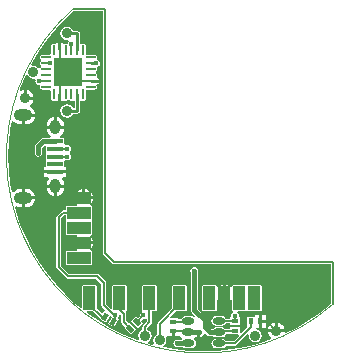
<source format=gtl>
G04*
G04 #@! TF.GenerationSoftware,Altium Limited,Altium Designer,18.1.1 (9)*
G04*
G04 Layer_Physical_Order=1*
G04 Layer_Color=255*
%FSLAX44Y44*%
%MOMM*%
G71*
G01*
G75*
%ADD11C,0.0800*%
%ADD13C,0.1500*%
%ADD14C,0.2000*%
G04:AMPARAMS|DCode=31|XSize=0.4mm|YSize=0.6mm|CornerRadius=0mm|HoleSize=0mm|Usage=FLASHONLY|Rotation=330.000|XOffset=0mm|YOffset=0mm|HoleType=Round|Shape=Rectangle|*
%AMROTATEDRECTD31*
4,1,4,-0.3232,-0.1598,-0.0232,0.3598,0.3232,0.1598,0.0232,-0.3598,-0.3232,-0.1598,0.0*
%
%ADD31ROTATEDRECTD31*%

%ADD32O,0.2500X0.9000*%
%ADD33O,0.9000X0.2500*%
%ADD34R,2.4500X2.4500*%
G04:AMPARAMS|DCode=35|XSize=0.4mm|YSize=0.6mm|CornerRadius=0mm|HoleSize=0mm|Usage=FLASHONLY|Rotation=45.000|XOffset=0mm|YOffset=0mm|HoleType=Round|Shape=Rectangle|*
%AMROTATEDRECTD35*
4,1,4,0.0707,-0.3536,-0.3536,0.0707,-0.0707,0.3536,0.3536,-0.0707,0.0707,-0.3536,0.0*
%
%ADD35ROTATEDRECTD35*%

%ADD36R,0.6000X0.4000*%
%ADD37R,0.4000X0.6000*%
%ADD38O,1.1000X0.6000*%
%ADD39R,1.3500X0.4000*%
%ADD40C,0.4000*%
%ADD41C,0.2540*%
%ADD42R,1.0000X2.0000*%
%ADD43R,2.0000X1.0000*%
%ADD44C,1.0000*%
%ADD45C,0.9000*%
%ADD46O,1.5500X1.0000*%
%ADD47O,0.9500X1.2500*%
%ADD48C,0.4500*%
%ADD49C,0.5000*%
G36*
X81416Y85000D02*
X81552Y84317D01*
X81938Y83738D01*
X90038Y75638D01*
X90617Y75251D01*
X91300Y75116D01*
X274816D01*
Y41936D01*
X274709Y41836D01*
X265533Y34441D01*
X255853Y27720D01*
X245718Y21707D01*
X236626Y17156D01*
X235679Y17830D01*
X221567D01*
X221641Y17262D01*
X222351Y15550D01*
X223479Y14079D01*
X224426Y13353D01*
X224295Y11961D01*
X224275Y11917D01*
X213110Y8201D01*
X201692Y5286D01*
X190094Y3194D01*
X178377Y1934D01*
X166600Y1514D01*
X154823Y1934D01*
X143106Y3194D01*
X133104Y4998D01*
X132824Y6339D01*
X133865Y7035D01*
X135081Y8854D01*
X135508Y11000D01*
X135081Y13146D01*
X135019Y13238D01*
X135931Y14160D01*
X140130D01*
Y18700D01*
X142670D01*
Y14160D01*
X146940D01*
X147964Y13566D01*
X148092Y13481D01*
X148295Y11827D01*
X147874Y11359D01*
X145872D01*
X145868Y11361D01*
X144600Y11614D01*
X143332Y11361D01*
X142257Y10643D01*
X141539Y9568D01*
X141286Y8300D01*
X141539Y7032D01*
X142257Y5957D01*
X143332Y5239D01*
X144600Y4986D01*
X145868Y5239D01*
X145872Y5241D01*
X148978D01*
X150039Y4532D01*
X151600Y4222D01*
X156600D01*
X158161Y4532D01*
X159484Y5416D01*
X160368Y6739D01*
X160678Y8300D01*
X160368Y9861D01*
X159484Y11184D01*
X159133Y11418D01*
X159094Y11539D01*
X159220Y12888D01*
X160325Y13626D01*
X160831Y13288D01*
X161430Y13169D01*
Y17800D01*
X163970D01*
Y13169D01*
X164569Y13288D01*
X166153Y14347D01*
X167212Y15931D01*
X167301Y16377D01*
X167736Y16509D01*
X168939Y16532D01*
X169657Y15457D01*
X170732Y14739D01*
X172000Y14486D01*
X173268Y14739D01*
X173272Y14741D01*
X174978D01*
X176039Y14032D01*
X177600Y13722D01*
X182600D01*
X184161Y14032D01*
X185484Y14916D01*
X186368Y16239D01*
X186392Y16361D01*
X189600D01*
Y16000D01*
X196320D01*
X196846Y14730D01*
X192455Y10339D01*
X186048D01*
X185484Y11184D01*
X184161Y12068D01*
X182600Y12378D01*
X177600D01*
X176039Y12068D01*
X174716Y11184D01*
X173832Y9861D01*
X173522Y8300D01*
X173832Y6739D01*
X174716Y5416D01*
X176039Y4532D01*
X177600Y4222D01*
X182600D01*
X184161Y4532D01*
X185484Y5416D01*
X186048Y6261D01*
X193300D01*
X194080Y6416D01*
X194742Y6858D01*
X204018Y16134D01*
X205189Y15509D01*
X205041Y14764D01*
X205467Y12618D01*
X206683Y10799D01*
X208502Y9584D01*
X210648Y9157D01*
X212794Y9584D01*
X214614Y10799D01*
X215829Y12618D01*
X216256Y14764D01*
X215829Y16911D01*
X214614Y18730D01*
X212794Y19945D01*
X211565Y20190D01*
X211690Y21460D01*
X213830D01*
Y27000D01*
Y32540D01*
X210560D01*
Y32080D01*
X210100Y31000D01*
X209290Y31000D01*
X204100D01*
Y23000D01*
X204100D01*
X203920Y21804D01*
X198870Y16754D01*
X197600Y17280D01*
Y22000D01*
X189600D01*
Y20439D01*
X185647D01*
X185484Y20684D01*
X184161Y21568D01*
X182600Y21878D01*
X177600D01*
X176039Y21568D01*
X174978Y20859D01*
X173272D01*
X173268Y20861D01*
X173263Y20862D01*
X171059Y23067D01*
Y27700D01*
X171059Y27700D01*
X170826Y28871D01*
X170163Y29863D01*
X170163Y29863D01*
X162259Y37767D01*
Y68728D01*
X162261Y68732D01*
X162514Y70000D01*
X162261Y71268D01*
X161543Y72343D01*
X160468Y73061D01*
X159200Y73314D01*
X157932Y73061D01*
X156857Y72343D01*
X156139Y71268D01*
X155886Y70000D01*
X156139Y68732D01*
X156141Y68728D01*
Y36500D01*
X156141Y36500D01*
X156374Y35329D01*
X157037Y34337D01*
X160024Y31351D01*
X159214Y30364D01*
X158161Y31068D01*
X156600Y31378D01*
X151600D01*
X150039Y31068D01*
X148716Y30184D01*
X147832Y28861D01*
X147808Y28739D01*
X145400D01*
Y29700D01*
X139343D01*
X138857Y30873D01*
X143502Y35518D01*
X151500D01*
X152265Y35835D01*
X152582Y36600D01*
Y50423D01*
X152618Y50600D01*
X152582Y50777D01*
Y56600D01*
X152265Y57365D01*
X151500Y57682D01*
X141500D01*
X140735Y57365D01*
X140418Y56600D01*
Y50777D01*
X140382Y50600D01*
X140418Y50423D01*
Y38201D01*
X128458Y26242D01*
X128016Y25580D01*
X127861Y24800D01*
Y16202D01*
X127754Y16181D01*
X125935Y14965D01*
X124719Y13146D01*
X124292Y11000D01*
X124719Y8854D01*
X125141Y8222D01*
X124356Y7112D01*
X120090Y8201D01*
X119617Y8358D01*
X119513Y9125D01*
X119580Y9709D01*
X121265Y10835D01*
X122481Y12654D01*
X122908Y14800D01*
X122481Y16946D01*
X121265Y18765D01*
X119446Y19981D01*
X119339Y20002D01*
Y21655D01*
X122542Y24858D01*
X122542Y24858D01*
X122984Y25520D01*
X123139Y26300D01*
Y35518D01*
X126100D01*
X126865Y35835D01*
X127182Y36600D01*
Y50423D01*
X127218Y50600D01*
X127182Y50777D01*
Y56600D01*
X126865Y57365D01*
X126100Y57682D01*
X116100D01*
X115335Y57365D01*
X115018Y56600D01*
Y50777D01*
X114982Y50600D01*
X115018Y50423D01*
Y36600D01*
X115058Y36501D01*
X114858Y35313D01*
X114542Y34968D01*
X113757Y34443D01*
X113039Y33368D01*
X112786Y32100D01*
X112858Y31741D01*
X111208Y30092D01*
X109821Y31478D01*
X105579Y27236D01*
X111236Y21579D01*
X115478Y25821D01*
X114092Y27208D01*
X115742Y28858D01*
X116100Y28786D01*
X117368Y29039D01*
X117791Y29321D01*
X119061Y28642D01*
Y27145D01*
X115858Y23942D01*
X115416Y23280D01*
X115261Y22500D01*
Y20002D01*
X115154Y19981D01*
X113335Y18765D01*
X112119Y16946D01*
X111692Y14800D01*
X112119Y12654D01*
X112516Y12060D01*
X111702Y10992D01*
X108908Y11922D01*
X98021Y16432D01*
X87483Y21707D01*
X77347Y27720D01*
X67947Y34248D01*
X68240Y35518D01*
X72998D01*
X79158Y29358D01*
X79289Y29271D01*
X79038Y28836D01*
X84234Y25836D01*
X87494Y31482D01*
X88724Y31588D01*
X89341Y30681D01*
X85966Y24836D01*
X91162Y21836D01*
X95162Y28764D01*
X94934Y28896D01*
X94816Y29276D01*
X94717Y30417D01*
X95261Y31232D01*
X95513Y32499D01*
X95569Y32529D01*
X96607Y33070D01*
X97461Y32388D01*
Y26243D01*
X97616Y25463D01*
X98058Y24801D01*
X100601Y22258D01*
X99922Y21579D01*
X105579Y15922D01*
X109821Y20164D01*
X104164Y25821D01*
X103485Y25142D01*
X101539Y27088D01*
Y33300D01*
X101384Y34080D01*
X101203Y34351D01*
X101425Y35750D01*
X101465Y35835D01*
X101782Y36600D01*
Y50423D01*
X101818Y50600D01*
X101782Y50777D01*
Y56600D01*
X101465Y57365D01*
X100700Y57682D01*
X90700D01*
X89935Y57365D01*
X89618Y56600D01*
Y50777D01*
X89582Y50600D01*
X89618Y50423D01*
Y38326D01*
X88444Y37840D01*
X84539Y41745D01*
Y59464D01*
X84539Y59464D01*
X84384Y60245D01*
X83942Y60906D01*
X78206Y66642D01*
X77545Y67084D01*
X76764Y67239D01*
X53245D01*
X46439Y74045D01*
Y114055D01*
X49145Y116761D01*
X50518D01*
Y113800D01*
X50762Y113210D01*
X50835Y113035D01*
Y111865D01*
X50762Y111690D01*
X50518Y111100D01*
Y101100D01*
X50835Y100335D01*
X51600Y100018D01*
X59752D01*
X60180Y98890D01*
X60199Y98748D01*
X59014Y97203D01*
X58254Y95368D01*
X58162Y94670D01*
X73038D01*
X72946Y95368D01*
X72186Y97203D01*
X71001Y98748D01*
X71020Y98890D01*
X71448Y100018D01*
X71600D01*
X72365Y100335D01*
X72682Y101100D01*
Y111100D01*
X72438Y111690D01*
X72365Y111865D01*
Y113035D01*
X72438Y113210D01*
X72682Y113800D01*
Y123800D01*
X72365Y124565D01*
X71600Y124882D01*
X71448D01*
X71020Y126010D01*
X71001Y126152D01*
X72186Y127697D01*
X72946Y129532D01*
X73038Y130230D01*
X58162D01*
X58254Y129532D01*
X59014Y127697D01*
X60199Y126152D01*
X60180Y126010D01*
X59752Y124882D01*
X51600D01*
X50835Y124565D01*
X50518Y123800D01*
Y120839D01*
X48300D01*
X47520Y120684D01*
X46858Y120242D01*
X42958Y116342D01*
X42516Y115680D01*
X42361Y114900D01*
Y73200D01*
X42516Y72420D01*
X42958Y71758D01*
X50958Y63758D01*
X50958Y63758D01*
X51620Y63316D01*
X52400Y63161D01*
X52400Y63161D01*
X75920D01*
X80461Y58620D01*
Y40900D01*
X80616Y40120D01*
X81058Y39458D01*
X83782Y36734D01*
X83038Y35764D01*
X83038Y35764D01*
X81906Y33803D01*
X80646Y33637D01*
X76382Y37901D01*
Y50423D01*
X76417Y50600D01*
X76382Y50777D01*
Y56600D01*
X76065Y57365D01*
X75300Y57682D01*
X65300D01*
X64535Y57365D01*
X64218Y56600D01*
Y50777D01*
X64182Y50600D01*
X64218Y50423D01*
Y38693D01*
X63072Y38145D01*
X58491Y41836D01*
X49866Y49866D01*
X41836Y58491D01*
X34441Y67667D01*
X27720Y77347D01*
X21707Y87483D01*
X16432Y98021D01*
X11922Y108908D01*
X8201Y120090D01*
X7217Y123945D01*
X8322Y124748D01*
X9732Y124164D01*
X11700Y123905D01*
X13180D01*
Y131510D01*
Y139115D01*
X11700D01*
X9732Y138856D01*
X7897Y138096D01*
X6322Y136888D01*
X5743Y136132D01*
X4393Y136459D01*
X3194Y143106D01*
X1934Y154823D01*
X1514Y166600D01*
X1934Y178377D01*
X3194Y190094D01*
X4367Y196595D01*
X5716Y196922D01*
X6322Y196132D01*
X7897Y194924D01*
X9732Y194164D01*
X11700Y193905D01*
X13180D01*
Y201510D01*
X14450D01*
Y202780D01*
X24638D01*
X24546Y203478D01*
X23786Y205312D01*
X22578Y206888D01*
X21003Y208096D01*
X20110Y208466D01*
X19973Y208818D01*
X19972Y209898D01*
X21121Y210779D01*
X22249Y212250D01*
X22959Y213962D01*
X23033Y214530D01*
X16100D01*
Y215800D01*
X14830D01*
Y222733D01*
X14262Y222659D01*
X12550Y221949D01*
X12458Y221879D01*
X11376Y222649D01*
X11922Y224292D01*
X16432Y235179D01*
X16579Y235473D01*
X17960Y235394D01*
X18935Y233935D01*
X20754Y232719D01*
X22900Y232292D01*
X23855Y232482D01*
X24214Y232185D01*
X24780Y231371D01*
X24586Y230400D01*
X24839Y229132D01*
X25557Y228057D01*
X26632Y227339D01*
X27541Y227158D01*
X28084Y226649D01*
X28404Y225892D01*
X28306Y225400D01*
X28481Y224522D01*
X28978Y223778D01*
X29722Y223281D01*
X30600Y223106D01*
X36651D01*
X37368Y222668D01*
X37806Y221952D01*
Y215900D01*
X37981Y215022D01*
X38478Y214278D01*
X39222Y213781D01*
X40100Y213606D01*
X40978Y213781D01*
X41656Y214233D01*
X42368Y213168D01*
X43621Y212330D01*
X43830Y212288D01*
Y219150D01*
X46370D01*
Y212288D01*
X46579Y212330D01*
X47832Y213168D01*
X48545Y214233D01*
X49222Y213781D01*
X50100Y213606D01*
X50978Y213781D01*
X51722Y214278D01*
X51884Y214520D01*
X53316D01*
X53478Y214278D01*
X54222Y213781D01*
X55100Y213606D01*
X55978Y213781D01*
X56515Y214140D01*
X57291Y213906D01*
X57786Y213583D01*
Y207414D01*
X56468D01*
X55365Y209065D01*
X53546Y210281D01*
X51400Y210708D01*
X49254Y210281D01*
X47435Y209065D01*
X46219Y207246D01*
X45792Y205100D01*
X46219Y202954D01*
X47435Y201135D01*
X49254Y199919D01*
X51400Y199492D01*
X53546Y199919D01*
X55365Y201135D01*
X56468Y202785D01*
X60100D01*
X60986Y202962D01*
X61737Y203463D01*
X62238Y204214D01*
X62414Y205100D01*
Y213583D01*
X62909Y213906D01*
X63685Y214140D01*
X64222Y213781D01*
X65100Y213606D01*
X65978Y213781D01*
X66722Y214278D01*
X67219Y215022D01*
X67394Y215900D01*
Y221952D01*
X67832Y222668D01*
X68548Y223106D01*
X74600D01*
X75478Y223281D01*
X76222Y223778D01*
X76719Y224522D01*
X76894Y225400D01*
X76719Y226278D01*
X76267Y226956D01*
X77332Y227668D01*
X78170Y228921D01*
X78212Y229130D01*
X71350D01*
Y231670D01*
X78212D01*
X78170Y231879D01*
X77332Y233132D01*
X76267Y233845D01*
X76719Y234522D01*
X76894Y235400D01*
X76719Y236278D01*
X76222Y237022D01*
X75980Y237184D01*
Y238616D01*
X76222Y238778D01*
X76719Y239522D01*
X76894Y240400D01*
X76719Y241278D01*
X77068Y242339D01*
X78143Y243057D01*
X78861Y244132D01*
X79114Y245400D01*
X78861Y246668D01*
X78143Y247743D01*
X77068Y248461D01*
X76719Y249522D01*
X76894Y250400D01*
X76719Y251278D01*
X76222Y252022D01*
X75478Y252519D01*
X74600Y252694D01*
X68548D01*
X67832Y253132D01*
X67394Y253848D01*
Y259900D01*
X67219Y260778D01*
X66722Y261522D01*
X65978Y262019D01*
X65100Y262194D01*
X64222Y262019D01*
X63685Y261660D01*
X62909Y261894D01*
X62414Y262217D01*
Y270700D01*
X62238Y271586D01*
X61737Y272337D01*
X60986Y272838D01*
X60100Y273015D01*
X56468D01*
X55365Y274665D01*
X53546Y275881D01*
X51400Y276308D01*
X49254Y275881D01*
X47435Y274665D01*
X46219Y272846D01*
X45792Y270700D01*
X46219Y268554D01*
X47435Y266735D01*
X49254Y265519D01*
X51400Y265092D01*
X51992Y265210D01*
X52309Y264809D01*
X52621Y264040D01*
X52039Y263168D01*
X51981Y262877D01*
X50990Y262030D01*
X50628Y262089D01*
X50100Y262194D01*
X49222Y262019D01*
X48545Y261567D01*
X47832Y262632D01*
X46579Y263470D01*
X46370Y263512D01*
Y256650D01*
X43830D01*
Y263512D01*
X43621Y263470D01*
X42368Y262632D01*
X41656Y261567D01*
X40978Y262019D01*
X40100Y262194D01*
X39222Y262019D01*
X38478Y261522D01*
X37981Y260778D01*
X37806Y259900D01*
Y253848D01*
X37368Y253132D01*
X36651Y252694D01*
X30600D01*
X29722Y252519D01*
X28978Y252022D01*
X28481Y251278D01*
X28306Y250400D01*
X28481Y249522D01*
X28978Y248778D01*
X29220Y248616D01*
Y247184D01*
X28978Y247022D01*
X28481Y246278D01*
X28306Y245400D01*
X28481Y244522D01*
X28978Y243778D01*
X29220Y243616D01*
Y242184D01*
X28978Y242022D01*
X28633Y241506D01*
X27703Y241328D01*
X27202Y241361D01*
X26865Y241865D01*
X25046Y243081D01*
X22900Y243508D01*
X21924Y243314D01*
X21067Y244438D01*
X21707Y245718D01*
X27720Y255853D01*
X34441Y265533D01*
X41836Y274709D01*
X49866Y283334D01*
X56828Y289816D01*
X81416D01*
Y85000D01*
D02*
G37*
%LPC*%
G36*
X17370Y222733D02*
Y217070D01*
X23033D01*
X22959Y217638D01*
X22249Y219350D01*
X21121Y220821D01*
X19650Y221949D01*
X17938Y222659D01*
X17370Y222733D01*
D02*
G37*
G36*
X24638Y200240D02*
X15720D01*
Y193905D01*
X17200D01*
X19168Y194164D01*
X21003Y194924D01*
X22578Y196132D01*
X23786Y197708D01*
X24546Y199542D01*
X24638Y200240D01*
D02*
G37*
G36*
X42720Y200196D02*
Y192780D01*
X48803D01*
Y193010D01*
X48552Y194913D01*
X47818Y196686D01*
X46649Y198209D01*
X45127Y199378D01*
X43353Y200112D01*
X42720Y200196D01*
D02*
G37*
G36*
X40180D02*
X39547Y200112D01*
X37774Y199378D01*
X36251Y198209D01*
X35082Y196686D01*
X34348Y194913D01*
X34097Y193010D01*
Y192780D01*
X40180D01*
Y200196D01*
D02*
G37*
G36*
X48803Y190240D02*
X41450D01*
X34097D01*
Y190010D01*
X34348Y188107D01*
X35082Y186334D01*
X36251Y184811D01*
X37517Y183839D01*
X37284Y182745D01*
X37188Y182569D01*
X31410D01*
X30240Y182336D01*
X29247Y181673D01*
X25037Y177463D01*
X24374Y176471D01*
X24141Y175300D01*
X24141Y175300D01*
Y171072D01*
X24139Y171068D01*
X23886Y169800D01*
X24139Y168532D01*
X24857Y167457D01*
X25932Y166739D01*
X27200Y166486D01*
X28468Y166739D01*
X29543Y167457D01*
X30261Y168532D01*
X30514Y169800D01*
X30261Y171068D01*
X30259Y171072D01*
Y174033D01*
X32567Y176342D01*
X33700Y175855D01*
X33700Y175181D01*
Y170010D01*
X33700D01*
Y169510D01*
X33700D01*
Y164280D01*
X33700Y163510D01*
X33700Y162240D01*
Y158050D01*
X32160D01*
Y154780D01*
X41450D01*
X50740D01*
Y158050D01*
X49200D01*
X49200Y162595D01*
X50170Y163461D01*
X50388Y163450D01*
X50443Y163444D01*
X51690Y163196D01*
X52958Y163449D01*
X54033Y164167D01*
X54751Y165242D01*
X55004Y166510D01*
X54751Y167778D01*
X54033Y168853D01*
X53829Y168990D01*
Y170517D01*
X54053Y170667D01*
X54771Y171742D01*
X55024Y173010D01*
X54771Y174278D01*
X54053Y175353D01*
X52978Y176071D01*
X51710Y176324D01*
X50444Y176072D01*
X50442Y176071D01*
X50176Y176058D01*
X49200Y176936D01*
X49200Y177280D01*
Y182510D01*
X45654D01*
X45374Y183111D01*
X45306Y183780D01*
X46649Y184811D01*
X47818Y186334D01*
X48552Y188107D01*
X48803Y190010D01*
Y190240D01*
D02*
G37*
G36*
X50740Y152240D02*
X41450D01*
X32160D01*
Y148970D01*
X35234D01*
X35860Y147700D01*
X35082Y146686D01*
X34348Y144913D01*
X34097Y143010D01*
Y142780D01*
X41450D01*
X48803D01*
Y143010D01*
X48552Y144913D01*
X47818Y146686D01*
X47040Y147700D01*
X47666Y148970D01*
X50740D01*
Y152240D01*
D02*
G37*
G36*
X48803Y140240D02*
X42720D01*
Y132824D01*
X43353Y132908D01*
X45127Y133642D01*
X46649Y134811D01*
X47818Y136334D01*
X48552Y138107D01*
X48803Y140010D01*
Y140240D01*
D02*
G37*
G36*
X40180D02*
X34097D01*
Y140010D01*
X34348Y138107D01*
X35082Y136334D01*
X36251Y134811D01*
X37774Y133642D01*
X39547Y132908D01*
X40180Y132824D01*
Y140240D01*
D02*
G37*
G36*
X17200Y139115D02*
X15720D01*
Y132780D01*
X24638D01*
X24546Y133478D01*
X23786Y135312D01*
X22578Y136888D01*
X21003Y138096D01*
X19168Y138856D01*
X17200Y139115D01*
D02*
G37*
G36*
X66870Y138938D02*
Y132770D01*
X73038D01*
X72946Y133468D01*
X72186Y135302D01*
X70978Y136878D01*
X69402Y138086D01*
X67568Y138846D01*
X66870Y138938D01*
D02*
G37*
G36*
X64330D02*
X63632Y138846D01*
X61797Y138086D01*
X60222Y136878D01*
X59014Y135302D01*
X58254Y133468D01*
X58162Y132770D01*
X64330D01*
Y138938D01*
D02*
G37*
G36*
X24638Y130240D02*
X15720D01*
Y123905D01*
X17200D01*
X19168Y124164D01*
X21003Y124924D01*
X22578Y126132D01*
X23786Y127708D01*
X24546Y129542D01*
X24638Y130240D01*
D02*
G37*
G36*
X73038Y92130D02*
X58162D01*
X58254Y91432D01*
X59014Y89598D01*
X60199Y88052D01*
X60180Y87910D01*
X59752Y86782D01*
X51600D01*
X50835Y86465D01*
X50518Y85700D01*
Y75700D01*
X50835Y74935D01*
X51600Y74618D01*
X65423D01*
X65600Y74583D01*
X65777Y74618D01*
X71600D01*
X72365Y74935D01*
X72682Y75700D01*
Y85700D01*
X72365Y86465D01*
X71600Y86782D01*
X71448D01*
X71020Y87910D01*
X71001Y88052D01*
X72186Y89598D01*
X72946Y91432D01*
X73038Y92130D01*
D02*
G37*
G36*
X183330Y58038D02*
X182632Y57946D01*
X180798Y57186D01*
X179252Y56001D01*
X179110Y56020D01*
X177982Y56448D01*
Y56600D01*
X177665Y57365D01*
X176900Y57682D01*
X166900D01*
X166135Y57365D01*
X165818Y56600D01*
Y50777D01*
X165782Y50600D01*
X165818Y50423D01*
Y36600D01*
X166135Y35835D01*
X166900Y35518D01*
X176900D01*
X177665Y35835D01*
X177982Y36600D01*
Y44752D01*
X179110Y45180D01*
X179252Y45199D01*
X180798Y44014D01*
X182632Y43254D01*
X183330Y43162D01*
Y50600D01*
Y58038D01*
D02*
G37*
G36*
X185870D02*
Y50600D01*
Y43162D01*
X186568Y43254D01*
X188403Y44014D01*
X189948Y45199D01*
X190090Y45180D01*
X191218Y44752D01*
Y36600D01*
X191535Y35835D01*
X191899Y35684D01*
X191922Y35625D01*
X192007Y34344D01*
X191257Y33843D01*
X190539Y32768D01*
X190286Y31500D01*
X190332Y31270D01*
X189600Y30000D01*
X189600D01*
X188604Y29339D01*
X186048D01*
X185484Y30184D01*
X184161Y31068D01*
X182600Y31378D01*
X177600D01*
X176039Y31068D01*
X174716Y30184D01*
X173832Y28861D01*
X173522Y27300D01*
X173832Y25739D01*
X174716Y24416D01*
X176039Y23532D01*
X177600Y23222D01*
X182600D01*
X184161Y23532D01*
X185484Y24416D01*
X186048Y25261D01*
X189600D01*
Y24000D01*
X197600D01*
Y30000D01*
X197600D01*
X196868Y31270D01*
X196914Y31500D01*
X196661Y32768D01*
X195943Y33843D01*
X195338Y34248D01*
X195723Y35518D01*
X202300D01*
X202890Y35762D01*
X203065Y35835D01*
X204235D01*
X204410Y35762D01*
X205000Y35518D01*
X215000D01*
X215765Y35835D01*
X216082Y36600D01*
Y50423D01*
X216117Y50600D01*
X216082Y50777D01*
Y56600D01*
X215765Y57365D01*
X215000Y57682D01*
X205000D01*
X204410Y57438D01*
X204235Y57365D01*
X203065D01*
X202890Y57438D01*
X202300Y57682D01*
X192300D01*
X191535Y57365D01*
X191218Y56600D01*
Y56448D01*
X190090Y56020D01*
X189948Y56001D01*
X188403Y57186D01*
X186568Y57946D01*
X185870Y58038D01*
D02*
G37*
G36*
X219640Y32540D02*
X216370D01*
Y28270D01*
X219640D01*
Y32540D01*
D02*
G37*
G36*
Y25730D02*
X216370D01*
Y21460D01*
X219640D01*
Y25730D01*
D02*
G37*
G36*
X229770Y26034D02*
Y20370D01*
X235434D01*
X235359Y20938D01*
X234649Y22650D01*
X233521Y24121D01*
X232050Y25249D01*
X230338Y25959D01*
X229770Y26034D01*
D02*
G37*
G36*
X227230D02*
X226662Y25959D01*
X224950Y25249D01*
X223479Y24121D01*
X222351Y22650D01*
X221641Y20938D01*
X221567Y20370D01*
X227230D01*
Y26034D01*
D02*
G37*
%LPD*%
D11*
X56600Y291600D02*
G03*
X276600Y41600I110000J-125000D01*
G01*
D13*
X91300Y76900D02*
X276600D01*
X56600Y291600D02*
X83200D01*
Y85000D02*
Y291600D01*
X276600Y41600D02*
Y76900D01*
X83200Y85000D02*
X91300Y76900D01*
D14*
X41450Y173010D02*
X51710D01*
X41450Y166510D02*
X51690D01*
X76764Y65200D02*
X82500Y59464D01*
X52400Y65200D02*
X76764D01*
X44400Y73200D02*
X52400Y65200D01*
X82500Y40900D02*
Y59464D01*
Y40900D02*
X90900Y32500D01*
X48300Y118800D02*
X65600D01*
X44400Y114900D02*
X48300Y118800D01*
X44400Y73200D02*
Y114900D01*
X90900Y32500D02*
X92200D01*
X51600Y230536D02*
Y235582D01*
X50282D02*
X51600D01*
X48964Y227900D02*
X51600Y230536D01*
X45100Y227900D02*
X48964D01*
X45100Y219150D02*
Y227900D01*
X54918Y235582D02*
X56236Y236900D01*
X54918Y235582D02*
X54918D01*
X56236Y236900D02*
X62600D01*
Y230536D02*
Y236900D01*
X62464Y230400D02*
X62600Y230536D01*
X62464Y230400D02*
X71350D01*
X51600Y240218D02*
Y245264D01*
X50282Y240218D02*
X51600D01*
X48964Y247900D02*
X51600Y245264D01*
X45100Y247900D02*
X48964D01*
X45100D02*
Y256650D01*
X193600Y27000D02*
Y31500D01*
X27900Y230400D02*
X33850D01*
X33950Y245500D02*
X36800D01*
X33850Y245400D02*
X33950Y245500D01*
X55100Y256650D02*
Y261900D01*
X220600Y27000D02*
X228500Y19100D01*
X215100Y27000D02*
X220600D01*
X110528Y26528D02*
X116100Y32100D01*
X92200Y28436D02*
Y32500D01*
X90564Y26800D02*
X92200Y28436D01*
X99500Y26243D02*
Y33300D01*
X95700Y37100D02*
X99500Y33300D01*
X95700Y37100D02*
Y50600D01*
X99500Y26243D02*
X104872Y20872D01*
X80600Y30800D02*
X83636D01*
X70300Y41100D02*
X80600Y30800D01*
X70300Y41100D02*
Y50600D01*
X117300Y14800D02*
Y22500D01*
X121100Y26300D01*
Y50600D01*
X146500Y41400D02*
Y50600D01*
X129900Y24800D02*
X146500Y41400D01*
X129900Y11000D02*
Y24800D01*
X153200Y18700D02*
X154100Y17800D01*
X141400Y18700D02*
X153200D01*
X153500Y26700D02*
X154100Y27300D01*
X141400Y26700D02*
X153500D01*
X207100Y22100D02*
Y27000D01*
X193300Y8300D02*
X207100Y22100D01*
X180100Y8300D02*
X193300D01*
X193000Y18400D02*
X193600Y19000D01*
X180700Y18400D02*
X193000D01*
X180100Y17800D02*
X180700Y18400D01*
X180100Y27300D02*
X193300D01*
D31*
X83636Y30800D02*
D03*
X90564Y26800D02*
D03*
D32*
X65100Y256650D02*
D03*
X60100D02*
D03*
X55100D02*
D03*
X50100D02*
D03*
X45100D02*
D03*
X40100D02*
D03*
Y219150D02*
D03*
X45100D02*
D03*
X50100D02*
D03*
X55100D02*
D03*
X60100D02*
D03*
X65100D02*
D03*
D33*
X33850Y250400D02*
D03*
Y245400D02*
D03*
Y240400D02*
D03*
Y235400D02*
D03*
Y230400D02*
D03*
Y225400D02*
D03*
X71350D02*
D03*
Y230400D02*
D03*
Y235400D02*
D03*
Y240400D02*
D03*
Y245400D02*
D03*
Y250400D02*
D03*
D34*
X52600Y237900D02*
D03*
D35*
X104872Y20872D02*
D03*
X110528Y26528D02*
D03*
D36*
X193600Y19000D02*
D03*
Y27000D02*
D03*
X141400Y18700D02*
D03*
Y26700D02*
D03*
D37*
X215100Y27000D02*
D03*
X207100D02*
D03*
D38*
X180100Y8300D02*
D03*
Y17800D02*
D03*
Y27300D02*
D03*
X154100Y8300D02*
D03*
Y17800D02*
D03*
Y27300D02*
D03*
D39*
X41450Y153510D02*
D03*
Y160010D02*
D03*
Y166510D02*
D03*
Y173010D02*
D03*
Y179510D02*
D03*
D40*
X159200Y36500D02*
Y70000D01*
Y36500D02*
X168000Y27700D01*
Y21800D02*
Y27700D01*
Y21800D02*
X172000Y17800D01*
X31410Y179510D02*
X41450D01*
X27200Y175300D02*
X31410Y179510D01*
X27200Y169800D02*
Y175300D01*
X154100Y17800D02*
X162700D01*
X172000D02*
X180100D01*
X144600Y8300D02*
X154100D01*
D41*
X71350Y245400D02*
X75800D01*
X60100Y205100D02*
Y219150D01*
X51400Y205100D02*
X60100D01*
X51400Y270700D02*
X60100D01*
X49400D02*
X51400D01*
X60100Y256650D02*
Y270700D01*
D42*
X210000Y46600D02*
D03*
X197300D02*
D03*
X184600D02*
D03*
X171900D02*
D03*
X146500D02*
D03*
X121100D02*
D03*
X95700D02*
D03*
X70300D02*
D03*
D43*
X61600Y80700D02*
D03*
Y93400D02*
D03*
Y106100D02*
D03*
Y118800D02*
D03*
Y131500D02*
D03*
D44*
X65600Y131500D02*
D03*
Y118800D02*
D03*
Y106100D02*
D03*
Y93400D02*
D03*
Y80700D02*
D03*
X70300Y50600D02*
D03*
X95700D02*
D03*
X121100D02*
D03*
X146500D02*
D03*
X171900D02*
D03*
X184600D02*
D03*
X197300D02*
D03*
X210000D02*
D03*
D45*
X51400Y205100D02*
D03*
Y270700D02*
D03*
X22900Y237900D02*
D03*
X16100Y215800D02*
D03*
X129900Y11000D02*
D03*
X117300Y14800D02*
D03*
X228500Y19100D02*
D03*
X210648Y14764D02*
D03*
D46*
X14450Y131510D02*
D03*
Y201510D02*
D03*
D47*
X41450Y141510D02*
D03*
Y191510D02*
D03*
D48*
X51710Y173010D02*
D03*
X51690Y166510D02*
D03*
X159200Y70000D02*
D03*
X193600Y31500D02*
D03*
X27900Y230400D02*
D03*
X27200Y169800D02*
D03*
X36800Y245500D02*
D03*
X55100Y261900D02*
D03*
X162700Y17800D02*
D03*
X116100Y32100D02*
D03*
X92200Y32500D02*
D03*
X172000Y17800D02*
D03*
X144600Y8300D02*
D03*
X75800Y245400D02*
D03*
D49*
X58100Y243400D02*
D03*
Y232400D02*
D03*
X47100Y243400D02*
D03*
Y232400D02*
D03*
M02*

</source>
